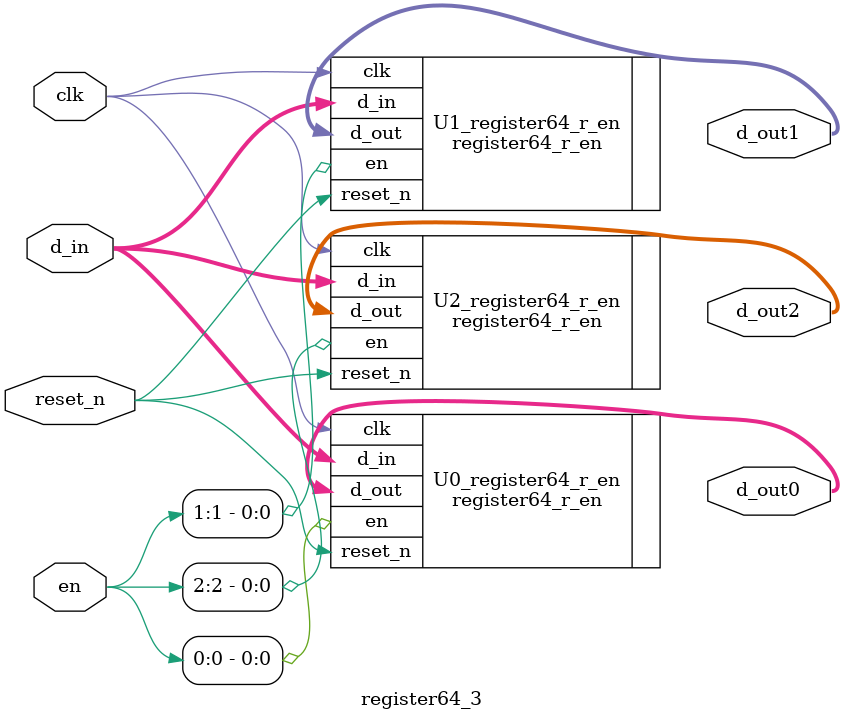
<source format=v>
module register64_3(clk, reset_n, en, d_in, d_out0, d_out1, d_out2); // this module makes 64 bits register 3
input clk, reset_n; // define input list
input [2:0] en;
input [31:0] d_in;

output [63:0] d_out0, d_out1, d_out2; // define output list

// 3 resettable 64 bits register instance
register64_r_en U0_register64_r_en(
	.clk(clk),
	.reset_n(reset_n),
	.en(en[0]),
	.d_in(d_in),
	.d_out(d_out0)
	);
	
register64_r_en U1_register64_r_en(
	.clk(clk),
	.reset_n(reset_n),
	.en(en[1]),
	.d_in(d_in),
	.d_out(d_out1)
	);
	
register64_r_en U2_register64_r_en(
	.clk(clk),
	.reset_n(reset_n),
	.en(en[2]),
	.d_in(d_in),
	.d_out(d_out2)
	);
	
endmodule // end of module

</source>
